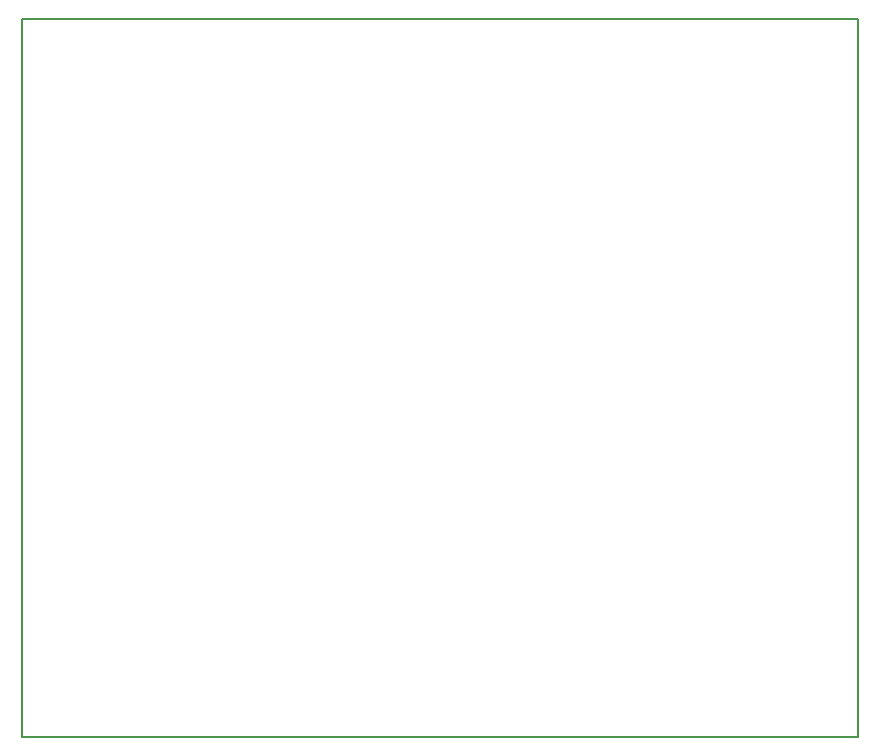
<source format=gm1>
G04 MADE WITH FRITZING*
G04 WWW.FRITZING.ORG*
G04 DOUBLE SIDED*
G04 HOLES PLATED*
G04 CONTOUR ON CENTER OF CONTOUR VECTOR*
%ASAXBY*%
%FSLAX23Y23*%
%MOIN*%
%OFA0B0*%
%SFA1.0B1.0*%
%ADD10R,2.795280X2.401570*%
%ADD11C,0.008000*%
%ADD10C,0.008*%
%LNCONTOUR*%
G90*
G70*
G54D10*
G54D11*
X4Y2398D02*
X2791Y2398D01*
X2791Y4D01*
X4Y4D01*
X4Y2398D01*
D02*
G04 End of contour*
M02*
</source>
